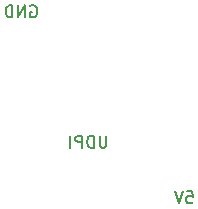
<source format=gbr>
G04 #@! TF.GenerationSoftware,KiCad,Pcbnew,(5.1.4)-1*
G04 #@! TF.CreationDate,2020-07-19T23:59:33-07:00*
G04 #@! TF.ProjectId,Main Board,4d61696e-2042-46f6-9172-642e6b696361,rev?*
G04 #@! TF.SameCoordinates,Original*
G04 #@! TF.FileFunction,Other,Fab,Bot*
%FSLAX46Y46*%
G04 Gerber Fmt 4.6, Leading zero omitted, Abs format (unit mm)*
G04 Created by KiCad (PCBNEW (5.1.4)-1) date 2020-07-19 23:59:33*
%MOMM*%
%LPD*%
G04 APERTURE LIST*
%ADD10C,0.150000*%
G04 APERTURE END LIST*
D10*
X162250476Y-101602380D02*
X162726666Y-101602380D01*
X162774285Y-102078571D01*
X162726666Y-102030952D01*
X162631428Y-101983333D01*
X162393333Y-101983333D01*
X162298095Y-102030952D01*
X162250476Y-102078571D01*
X162202857Y-102173809D01*
X162202857Y-102411904D01*
X162250476Y-102507142D01*
X162298095Y-102554761D01*
X162393333Y-102602380D01*
X162631428Y-102602380D01*
X162726666Y-102554761D01*
X162774285Y-102507142D01*
X161917142Y-101602380D02*
X161583809Y-102602380D01*
X161250476Y-101602380D01*
X149011904Y-85910000D02*
X149107142Y-85862380D01*
X149250000Y-85862380D01*
X149392857Y-85910000D01*
X149488095Y-86005238D01*
X149535714Y-86100476D01*
X149583333Y-86290952D01*
X149583333Y-86433809D01*
X149535714Y-86624285D01*
X149488095Y-86719523D01*
X149392857Y-86814761D01*
X149250000Y-86862380D01*
X149154761Y-86862380D01*
X149011904Y-86814761D01*
X148964285Y-86767142D01*
X148964285Y-86433809D01*
X149154761Y-86433809D01*
X148535714Y-86862380D02*
X148535714Y-85862380D01*
X147964285Y-86862380D01*
X147964285Y-85862380D01*
X147488095Y-86862380D02*
X147488095Y-85862380D01*
X147250000Y-85862380D01*
X147107142Y-85910000D01*
X147011904Y-86005238D01*
X146964285Y-86100476D01*
X146916666Y-86290952D01*
X146916666Y-86433809D01*
X146964285Y-86624285D01*
X147011904Y-86719523D01*
X147107142Y-86814761D01*
X147250000Y-86862380D01*
X147488095Y-86862380D01*
X155443809Y-96902380D02*
X155443809Y-97711904D01*
X155396190Y-97807142D01*
X155348571Y-97854761D01*
X155253333Y-97902380D01*
X155062857Y-97902380D01*
X154967619Y-97854761D01*
X154920000Y-97807142D01*
X154872380Y-97711904D01*
X154872380Y-96902380D01*
X154396190Y-97902380D02*
X154396190Y-96902380D01*
X154158095Y-96902380D01*
X154015238Y-96950000D01*
X153920000Y-97045238D01*
X153872380Y-97140476D01*
X153824761Y-97330952D01*
X153824761Y-97473809D01*
X153872380Y-97664285D01*
X153920000Y-97759523D01*
X154015238Y-97854761D01*
X154158095Y-97902380D01*
X154396190Y-97902380D01*
X153396190Y-97902380D02*
X153396190Y-96902380D01*
X153015238Y-96902380D01*
X152920000Y-96950000D01*
X152872380Y-96997619D01*
X152824761Y-97092857D01*
X152824761Y-97235714D01*
X152872380Y-97330952D01*
X152920000Y-97378571D01*
X153015238Y-97426190D01*
X153396190Y-97426190D01*
X152396190Y-97902380D02*
X152396190Y-96902380D01*
M02*

</source>
